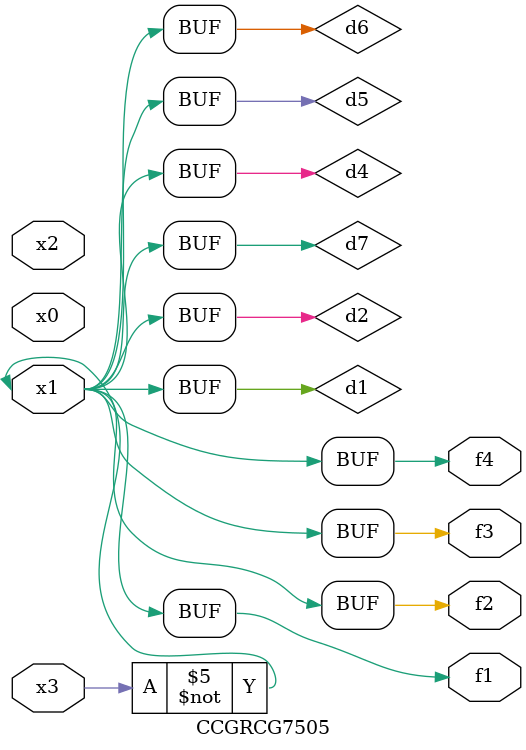
<source format=v>
module CCGRCG7505(
	input x0, x1, x2, x3,
	output f1, f2, f3, f4
);

	wire d1, d2, d3, d4, d5, d6, d7;

	not (d1, x3);
	buf (d2, x1);
	xnor (d3, d1, d2);
	nor (d4, d1);
	buf (d5, d1, d2);
	buf (d6, d4, d5);
	nand (d7, d4);
	assign f1 = d6;
	assign f2 = d7;
	assign f3 = d6;
	assign f4 = d6;
endmodule

</source>
